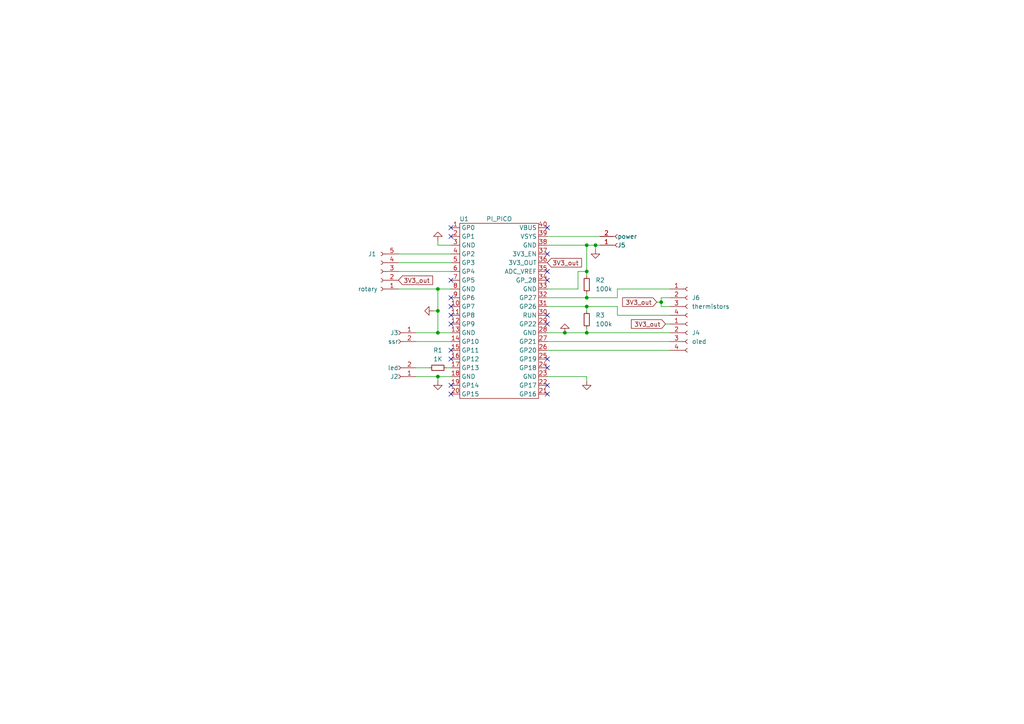
<source format=kicad_sch>
(kicad_sch (version 20211123) (generator eeschema)
  (paper "A4")
  (lib_symbols
    (symbol "Connector:Conn_01x02_Female" (pin_names (offset 1.016) hide)
      (property "Reference" "J" (at 0 2.54 0))
      (property "Value" "Conn_01x02_Female" (at 0 -5.08 0))
      (symbol "Conn_01x02_Female_1_1"
        (arc (start 0 -2.032) (mid -0.508 -2.54) (end 0 -3.048) (stroke (width 0.1524)))
        (polyline (pts (xy -1.27 -2.54) (xy -0.508 -2.54)) (stroke (width 0.1524)))
        (polyline (pts (xy -1.27 0) (xy -0.508 0)) (stroke (width 0.1524)))
        (arc (start 0 0.508) (mid -0.508 0) (end 0 -0.508) (stroke (width 0.1524)))
        (pin passive line (at -5.08 0 0) (length 3.81) (name "Pin_1") (number "1"))
        (pin passive line (at -5.08 -2.54 0) (length 3.81) (name "Pin_2") (number "2"))
      )
    )
    (symbol "Connector:Conn_01x04_Female" (pin_names (offset 1.016) hide)
      (property "Reference" "J" (at 0 5.08 0))
      (property "Value" "Conn_01x04_Female" (at 0 -7.62 0))
      (symbol "Conn_01x04_Female_1_1"
        (arc (start 0 -4.572) (mid -0.508 -5.08) (end 0 -5.588) (stroke (width 0.1524)))
        (arc (start 0 -2.032) (mid -0.508 -2.54) (end 0 -3.048) (stroke (width 0.1524)))
        (polyline (pts (xy -1.27 -5.08) (xy -0.508 -5.08)) (stroke (width 0.1524)))
        (polyline (pts (xy -1.27 -2.54) (xy -0.508 -2.54)) (stroke (width 0.1524)))
        (polyline (pts (xy -1.27 0) (xy -0.508 0)) (stroke (width 0.1524)))
        (polyline (pts (xy -1.27 2.54) (xy -0.508 2.54)) (stroke (width 0.1524)))
        (arc (start 0 0.508) (mid -0.508 0) (end 0 -0.508) (stroke (width 0.1524)))
        (arc (start 0 3.048) (mid -0.508 2.54) (end 0 2.032) (stroke (width 0.1524)))
        (pin passive line (at -5.08 2.54 0) (length 3.81) (name "Pin_1") (number "1"))
        (pin passive line (at -5.08 0 0) (length 3.81) (name "Pin_2") (number "2"))
        (pin passive line (at -5.08 -2.54 0) (length 3.81) (name "Pin_3") (number "3"))
        (pin passive line (at -5.08 -5.08 0) (length 3.81) (name "Pin_4") (number "4"))
      )
    )
    (symbol "Connector:Conn_01x05_Female" (pin_names (offset 1.016) hide)
      (property "Reference" "J" (at 0 7.62 0))
      (property "Value" "Conn_01x05_Female" (at 0 -7.62 0))
      (symbol "Conn_01x05_Female_1_1"
        (arc (start 0 -4.572) (mid -0.508 -5.08) (end 0 -5.588) (stroke (width 0.1524)))
        (arc (start 0 -2.032) (mid -0.508 -2.54) (end 0 -3.048) (stroke (width 0.1524)))
        (polyline (pts (xy -1.27 -5.08) (xy -0.508 -5.08)) (stroke (width 0.1524)))
        (polyline (pts (xy -1.27 -2.54) (xy -0.508 -2.54)) (stroke (width 0.1524)))
        (polyline (pts (xy -1.27 0) (xy -0.508 0)) (stroke (width 0.1524)))
        (polyline (pts (xy -1.27 2.54) (xy -0.508 2.54)) (stroke (width 0.1524)))
        (polyline (pts (xy -1.27 5.08) (xy -0.508 5.08)) (stroke (width 0.1524)))
        (arc (start 0 0.508) (mid -0.508 0) (end 0 -0.508) (stroke (width 0.1524)))
        (arc (start 0 3.048) (mid -0.508 2.54) (end 0 2.032) (stroke (width 0.1524)))
        (arc (start 0 5.588) (mid -0.508 5.08) (end 0 4.572) (stroke (width 0.1524)))
        (pin passive line (at -5.08 5.08 0) (length 3.81) (name "Pin_1") (number "1"))
        (pin passive line (at -5.08 2.54 0) (length 3.81) (name "Pin_2") (number "2"))
        (pin passive line (at -5.08 0 0) (length 3.81) (name "Pin_3") (number "3"))
        (pin passive line (at -5.08 -2.54 0) (length 3.81) (name "Pin_4") (number "4"))
        (pin passive line (at -5.08 -5.08 0) (length 3.81) (name "Pin_5") (number "5"))
      )
    )
    (symbol "Device:R_Small" (pin_numbers hide) (pin_names (offset 0.254) hide)
      (property "Reference" "R" (at 0.762 0.508 0))
      (property "Value" "R_Small" (at 0.762 -1.016 0))
      (symbol "R_Small_0_1"
        (rectangle (start -0.762 1.778) (end 0.762 -1.778) (stroke (width 0.2032)))
      )
      (symbol "R_Small_1_1"
        (pin passive line (at 0 2.54 270) (length 0.762) (name "~") (number "1"))
        (pin passive line (at 0 -2.54 90) (length 0.762) (name "~") (number "2"))
      )
    )
    (symbol "hot_plate_lib:PI_PICO"
      (property "Reference" "U" (at 10.16 24.13 0))
      (property "Value" "PI_PICO" (at 0 24.13 0))
      (symbol "PI_PICO_0_1"
        (rectangle (start -11.43 22.86) (end 11.43 -27.94))
      )
      (symbol "PI_PICO_1_1"
        (pin input line (at -13.97 21.59 0) (length 2.54) (name "GP0") (number "1"))
        (pin passive line (at -13.97 -1.27 0) (length 2.54) (name "GP7") (number "10"))
        (pin passive line (at -13.97 -3.81 0) (length 2.54) (name "GP8") (number "11"))
        (pin passive line (at -13.97 -6.35 0) (length 2.54) (name "GP9") (number "12"))
        (pin passive line (at -13.97 -8.89 0) (length 2.54) (name "GND") (number "13"))
        (pin passive line (at -13.97 -11.43 0) (length 2.54) (name "GP10") (number "14"))
        (pin passive line (at -13.97 -13.97 0) (length 2.54) (name "GP11") (number "15"))
        (pin passive line (at -13.97 -16.51 0) (length 2.54) (name "GP12") (number "16"))
        (pin passive line (at -13.97 -19.05 0) (length 2.54) (name "GP13") (number "17"))
        (pin passive line (at -13.97 -21.59 0) (length 2.54) (name "GND") (number "18"))
        (pin passive line (at -13.97 -24.13 0) (length 2.54) (name "GP14") (number "19"))
        (pin passive line (at -13.97 19.05 0) (length 2.54) (name "GP1") (number "2"))
        (pin passive line (at -13.97 -26.67 0) (length 2.54) (name "GP15") (number "20"))
        (pin passive line (at 13.97 -26.67 180) (length 2.54) (name "GP16") (number "21"))
        (pin passive line (at 13.97 -24.13 180) (length 2.54) (name "GP17") (number "22"))
        (pin passive line (at 13.97 -21.59 180) (length 2.54) (name "GND") (number "23"))
        (pin passive line (at 13.97 -19.05 180) (length 2.54) (name "GP18") (number "24"))
        (pin passive line (at 13.97 -16.51 180) (length 2.54) (name "GP19") (number "25"))
        (pin passive line (at 13.97 -13.97 180) (length 2.54) (name "GP20") (number "26"))
        (pin passive line (at 13.97 -11.43 180) (length 2.54) (name "GP21") (number "27"))
        (pin passive line (at 13.97 -8.89 180) (length 2.54) (name "GND") (number "28"))
        (pin passive line (at 13.97 -6.35 180) (length 2.54) (name "GP22") (number "29"))
        (pin passive line (at -13.97 16.51 0) (length 2.54) (name "GND") (number "3"))
        (pin passive line (at 13.97 -3.81 180) (length 2.54) (name "RUN") (number "30"))
        (pin passive line (at 13.97 -1.27 180) (length 2.54) (name "GP26") (number "31"))
        (pin passive line (at 13.97 1.27 180) (length 2.54) (name "GP27") (number "32"))
        (pin passive line (at 13.97 3.81 180) (length 2.54) (name "GND") (number "33"))
        (pin passive line (at 13.97 6.35 180) (length 2.54) (name "GP_28") (number "34"))
        (pin passive line (at 13.97 8.89 180) (length 2.54) (name "ADC_VREF") (number "35"))
        (pin passive line (at 13.97 11.43 180) (length 2.54) (name "3V3_OUT") (number "36"))
        (pin passive line (at 13.97 13.97 180) (length 2.54) (name "3V3_EN") (number "37"))
        (pin passive line (at 13.97 16.51 180) (length 2.54) (name "GND") (number "38"))
        (pin passive line (at 13.97 19.05 180) (length 2.54) (name "VSYS") (number "39"))
        (pin passive line (at -13.97 13.97 0) (length 2.54) (name "GP2") (number "4"))
        (pin passive line (at 13.97 21.59 180) (length 2.54) (name "VBUS") (number "40"))
        (pin passive line (at -13.97 11.43 0) (length 2.54) (name "GP3") (number "5"))
        (pin passive line (at -13.97 8.89 0) (length 2.54) (name "GP4") (number "6"))
        (pin passive line (at -13.97 6.35 0) (length 2.54) (name "GP5") (number "7"))
        (pin passive line (at -13.97 3.81 0) (length 2.54) (name "GND") (number "8"))
        (pin passive line (at -13.97 1.27 0) (length 2.54) (name "GP6") (number "9"))
      )
    )
    (symbol "power:GND" (power) (pin_names (offset 0))
      (property "Value" "GND" (at 0 -3.81 0))
      (symbol "GND_0_1"
        (polyline (pts (xy 0 0) (xy 0 -1.27) (xy 1.27 -1.27) (xy 0 -2.54) (xy -1.27 -1.27) (xy 0 -1.27)))
      )
      (symbol "GND_1_1"
        (pin power_in line (at 0 0 270) (length 0) hide (name "GND") (number "1"))
      )
    )
  )
  (junction (at 170.18 71.12))
  (junction (at 170.18 86.36))
  (junction (at 127 109.22))
  (junction (at 163.83 96.52))
  (junction (at 127 96.52))
  (junction (at 127 90.17))
  (junction (at 127 83.82))
  (junction (at 170.18 96.52))
  (junction (at 170.18 78.74))
  (junction (at 170.18 88.9))
  (junction (at 172.72 71.12))
  (junction (at 191.77 87.63))
  (no_connect (at 158.75 91.44))
  (no_connect (at 158.75 78.74))
  (no_connect (at 158.75 73.66))
  (no_connect (at 158.75 114.3))
  (no_connect (at 158.75 111.76))
  (no_connect (at 158.75 104.14))
  (no_connect (at 158.75 81.28))
  (no_connect (at 158.75 66.04))
  (no_connect (at 130.81 114.3))
  (no_connect (at 130.81 111.76))
  (no_connect (at 130.81 91.44))
  (no_connect (at 130.81 93.98))
  (no_connect (at 130.81 104.14))
  (no_connect (at 130.81 101.6))
  (no_connect (at 158.75 106.68))
  (no_connect (at 130.81 66.04))
  (no_connect (at 130.81 68.58))
  (no_connect (at 130.81 81.28))
  (no_connect (at 130.81 86.36))
  (no_connect (at 130.81 88.9))
  (no_connect (at 158.75 93.98))
  (wire (pts (xy 158.75 88.9) (xy 170.18 88.9)))
  (wire (pts (xy 120.65 99.06) (xy 130.81 99.06)))
  (wire (pts (xy 194.31 86.36) (xy 191.77 86.36)))
  (wire (pts (xy 194.31 88.9) (xy 191.77 88.9)))
  (wire (pts (xy 170.18 78.74) (xy 170.18 80.01)))
  (wire (pts (xy 179.07 91.44) (xy 179.07 88.9)))
  (wire (pts (xy 158.75 68.58) (xy 173.99 68.58)))
  (wire (pts (xy 120.65 96.52) (xy 127 96.52)))
  (wire (pts (xy 191.77 86.36) (xy 191.77 87.63)))
  (wire (pts (xy 158.75 83.82) (xy 167.64 83.82)))
  (wire (pts (xy 127 90.17) (xy 127 83.82)))
  (wire (pts (xy 158.75 96.52) (xy 163.83 96.52)))
  (wire (pts (xy 127 90.17) (xy 127 96.52)))
  (wire (pts (xy 125.73 90.17) (xy 127 90.17)))
  (wire (pts (xy 170.18 96.52) (xy 194.31 96.52)))
  (wire (pts (xy 158.75 86.36) (xy 170.18 86.36)))
  (wire (pts (xy 163.83 96.52) (xy 170.18 96.52)))
  (wire (pts (xy 170.18 85.09) (xy 170.18 86.36)))
  (wire (pts (xy 170.18 96.52) (xy 170.18 95.25)))
  (wire (pts (xy 127 83.82) (xy 130.81 83.82)))
  (wire (pts (xy 115.57 78.74) (xy 130.81 78.74)))
  (wire (pts (xy 158.75 109.22) (xy 170.18 109.22)))
  (wire (pts (xy 127 96.52) (xy 130.81 96.52)))
  (wire (pts (xy 127 109.22) (xy 130.81 109.22)))
  (wire (pts (xy 120.65 109.22) (xy 127 109.22)))
  (wire (pts (xy 167.64 78.74) (xy 167.64 83.82)))
  (wire (pts (xy 127 71.12) (xy 130.81 71.12)))
  (wire (pts (xy 194.31 91.44) (xy 179.07 91.44)))
  (wire (pts (xy 179.07 88.9) (xy 170.18 88.9)))
  (wire (pts (xy 170.18 90.17) (xy 170.18 88.9)))
  (wire (pts (xy 129.54 106.68) (xy 130.81 106.68)))
  (wire (pts (xy 173.99 71.12) (xy 172.72 71.12)))
  (wire (pts (xy 179.07 86.36) (xy 170.18 86.36)))
  (wire (pts (xy 115.57 76.2) (xy 130.81 76.2)))
  (wire (pts (xy 120.65 106.68) (xy 124.46 106.68)))
  (wire (pts (xy 172.72 72.39) (xy 172.72 71.12)))
  (wire (pts (xy 158.75 71.12) (xy 170.18 71.12)))
  (wire (pts (xy 170.18 110.49) (xy 170.18 109.22)))
  (wire (pts (xy 158.75 99.06) (xy 194.31 99.06)))
  (wire (pts (xy 193.04 93.98) (xy 194.31 93.98)))
  (wire (pts (xy 167.64 78.74) (xy 170.18 78.74)))
  (wire (pts (xy 127 69.85) (xy 127 71.12)))
  (wire (pts (xy 127 109.22) (xy 127 110.49)))
  (wire (pts (xy 158.75 101.6) (xy 194.31 101.6)))
  (wire (pts (xy 191.77 87.63) (xy 191.77 88.9)))
  (wire (pts (xy 170.18 71.12) (xy 170.18 78.74)))
  (wire (pts (xy 194.31 83.82) (xy 179.07 83.82)))
  (wire (pts (xy 172.72 71.12) (xy 170.18 71.12)))
  (wire (pts (xy 115.57 83.82) (xy 127 83.82)))
  (wire (pts (xy 115.57 73.66) (xy 130.81 73.66)))
  (wire (pts (xy 179.07 83.82) (xy 179.07 86.36)))
  (wire (pts (xy 190.5 87.63) (xy 191.77 87.63)))
  (global_label "3V3_out" (shape input) (at 115.57 81.28 0) (property "Intersheet References" "${INTERSHEET_REFS}" (effects hide)))
  (global_label "3V3_out" (shape input) (at 193.04 93.98 180) (property "Intersheet References" "${INTERSHEET_REFS}" (effects hide)))
  (global_label "3V3_out" (shape input) (at 190.5 87.63 180) (property "Intersheet References" "${INTERSHEET_REFS}" (effects hide)))
  (global_label "3V3_out" (shape input) (at 158.75 76.2 0) (property "Intersheet References" "${INTERSHEET_REFS}" (effects hide)))
  (symbol (lib_id "power:GND") (at 127 69.85 180) (unit 1)
    (property "Reference" "#PWR01" (effects hide))
    (property "Value" "GND" (effects hide))
  )
  (symbol (lib_id "Device:R_Small") (at 127 106.68 90) (unit 1)
    (property "Reference" "R1" (at 127 101.6 90))
    (property "Value" "1K" (at 127 104.14 90))
    (property "Footprint" "Resistor_SMD:R_0805_2012Metric_Pad1.20x1.40mm_HandSolder" (effects hide))
  )
  (symbol (lib_id "power:GND") (at 163.83 96.52 180) (unit 1)
    (property "Reference" "#PWR0101" (effects hide))
    (property "Value" "GND" (effects hide))
  )
  (symbol (lib_id "Connector:Conn_01x05_Female") (at 110.49 78.74 180) (unit 1)
    (property "Reference" "J1" (at 107.95 73.66 0))
    (property "Value" "rotary" (at 106.68 83.82 0))
    (property "Footprint" "Connector_PinSocket_2.54mm:PinSocket_1x05_P2.54mm_Vertical" (effects hide))
  )
  (symbol (lib_id "Device:R_Small") (at 170.18 92.71 0) (unit 1)
    (property "Reference" "R3" (at 172.72 91.4399 0) (effects (justify left)))
    (property "Value" "100k" (at 172.72 93.9799 0) (effects (justify left)))
    (property "Footprint" "Resistor_SMD:R_0805_2012Metric_Pad1.20x1.40mm_HandSolder" (effects hide))
  )
  (symbol (lib_id "Connector:Conn_01x02_Female") (at 115.57 96.52 0) (mirror y) (unit 1)
    (property "Reference" "J3" (at 115.57 96.52 0) (effects (justify left)))
    (property "Value" "ssr" (at 115.57 99.06 0) (effects (justify left)))
    (property "Footprint" "Connector_PinSocket_2.54mm:PinSocket_1x02_P2.54mm_Vertical" (effects hide))
  )
  (symbol (lib_id "power:GND") (at 170.18 110.49 0) (unit 1)
    (property "Reference" "#PWR04" (effects hide))
    (property "Value" "GND" (effects hide))
  )
  (symbol (lib_id "Device:R_Small") (at 170.18 82.55 0) (unit 1)
    (property "Reference" "R2" (at 172.72 81.2799 0) (effects (justify left)))
    (property "Value" "100k" (at 172.72 83.8199 0) (effects (justify left)))
    (property "Footprint" "Resistor_SMD:R_0805_2012Metric_Pad1.20x1.40mm_HandSolder" (effects hide))
  )
  (symbol (lib_id "hot_plate_lib:PI_PICO") (at 144.78 87.63 0) (unit 1)
    (property "Reference" "U1" (at 134.62 63.5 0))
    (property "Value" "PI_PICO" (at 144.78 63.5 0))
    (property "Footprint" "footprints:PI_PICO" (effects hide))
  )
  (symbol (lib_id "Connector:Conn_01x02_Female") (at 179.07 71.12 0) (mirror x) (unit 1)
    (property "Reference" "J5" (at 179.07 71.12 0) (effects (justify left)))
    (property "Value" "power" (at 179.07 68.58 0) (effects (justify left)))
    (property "Footprint" "Connector_PinSocket_2.54mm:PinSocket_1x02_P2.54mm_Vertical" (effects hide))
  )
  (symbol (lib_id "Connector:Conn_01x02_Female") (at 115.57 109.22 180) (unit 1) (in_bom no)
    (property "Reference" "J2" (at 115.57 109.22 0) (effects (justify left)))
    (property "Value" "led" (at 115.57 106.68 0) (effects (justify left)))
    (property "Footprint" "Connector_PinSocket_2.54mm:PinSocket_1x02_P2.54mm_Vertical" (effects hide))
  )
  (symbol (lib_id "power:GND") (at 127 110.49 0) (unit 1)
    (property "Reference" "#PWR03" (effects hide))
    (property "Value" "GND" (effects hide))
  )
  (symbol (lib_id "power:GND") (at 172.72 72.39 0) (unit 1)
    (property "Reference" "#PWR05" (effects hide))
    (property "Value" "GND" (effects hide))
  )
  (symbol (lib_id "Connector:Conn_01x04_Female") (at 199.39 86.36 0) (unit 1)
    (property "Reference" "J6" (at 200.66 86.3599 0) (effects (justify left)))
    (property "Value" "thermistors" (at 200.66 88.8999 0) (effects (justify left)))
    (property "Footprint" "Connector_PinSocket_2.54mm:PinSocket_1x04_P2.54mm_Vertical" (effects hide))
  )
  (symbol (lib_id "power:GND") (at 125.73 90.17 270) (unit 1)
    (property "Reference" "#PWR0102" (effects hide))
    (property "Value" "GND" (effects hide))
  )
  (symbol (lib_id "Connector:Conn_01x04_Female") (at 199.39 96.52 0) (unit 1)
    (property "Reference" "J4" (at 200.66 96.5199 0) (effects (justify left)))
    (property "Value" "oled" (at 200.66 99.0599 0) (effects (justify left)))
    (property "Footprint" "Connector_PinSocket_2.54mm:PinSocket_1x04_P2.54mm_Vertical" (effects hide))
  )
)
</source>
